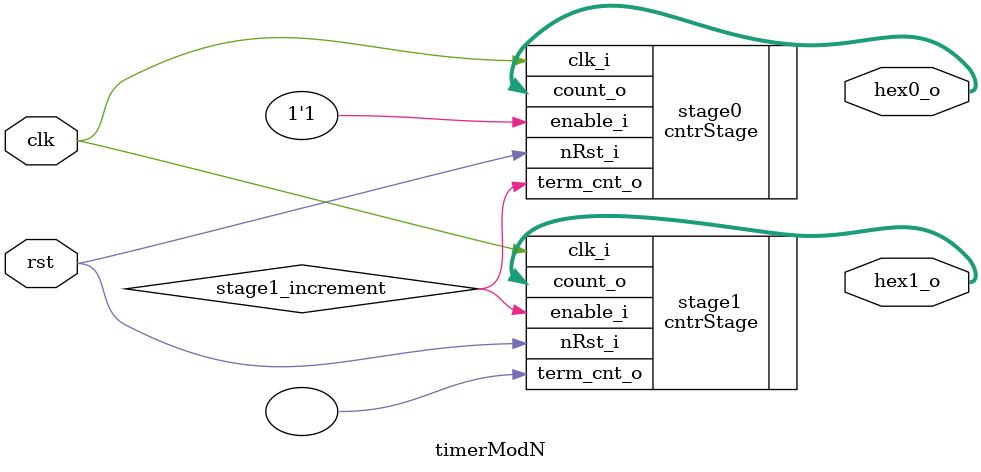
<source format=v>
module timerModN #(
    parameter STAGE0_BITS = 26,
    parameter STAGE0_COUNT = 50000000,
    parameter STAGE1_BITS = 4,
	 parameter STAGE1_COUNT = 9
)(
    input clk,
    input rst,
    output [STAGE0_BITS-1:0] hex0_o,
	 output [STAGE1_BITS-1:0] hex1_o
);

    wire stage1_increment;

    cntrStage #(.cntr_bits_p(STAGE0_BITS), .cntr_tc_p(STAGE0_COUNT)) stage0 (
        .clk_i(clk),
        .nRst_i(rst),
        .enable_i(1'b1),
        .term_cnt_o(stage1_increment),
        .count_o(hex0_o)
    );
	 
	 cntrStage #(.cntr_bits_p(STAGE1_BITS), .cntr_tc_p(STAGE1_COUNT)) stage1 (
        .clk_i(clk),
        .nRst_i(rst),
        .enable_i(stage1_increment),
        .term_cnt_o(),
        .count_o(hex1_o)
    );

endmodule
</source>
